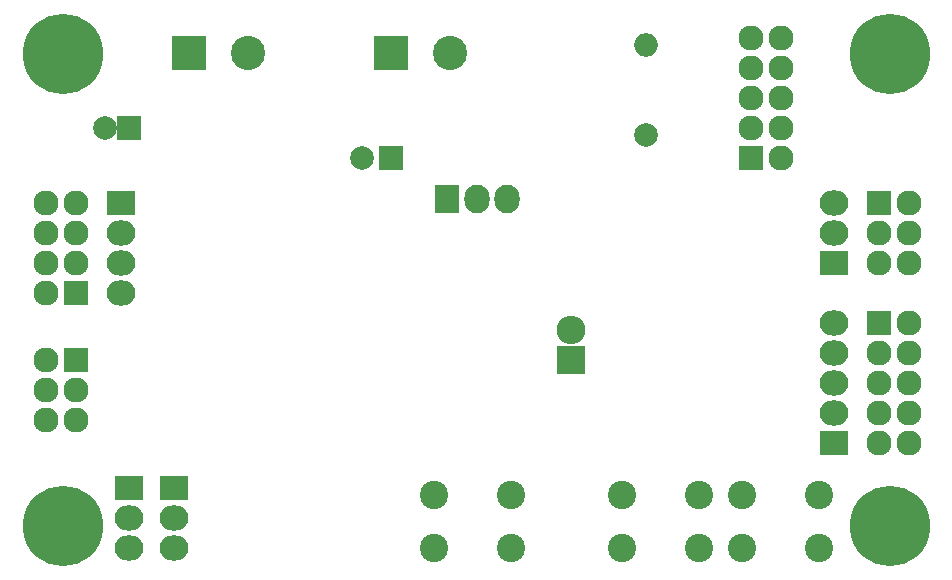
<source format=gbs>
G04 #@! TF.FileFunction,Soldermask,Bot*
%FSLAX46Y46*%
G04 Gerber Fmt 4.6, Leading zero omitted, Abs format (unit mm)*
G04 Created by KiCad (PCBNEW 4.0.7) date Monday, 16 October 2017 'PMt' 16:50:30*
%MOMM*%
%LPD*%
G01*
G04 APERTURE LIST*
%ADD10C,0.100000*%
%ADD11C,6.800000*%
%ADD12C,1.000000*%
%ADD13R,2.127200X2.127200*%
%ADD14O,2.127200X2.127200*%
%ADD15R,2.127200X2.432000*%
%ADD16O,2.127200X2.432000*%
%ADD17R,2.432000X2.432000*%
%ADD18O,2.432000X2.432000*%
%ADD19R,2.432000X2.127200*%
%ADD20O,2.432000X2.127200*%
%ADD21R,2.900000X2.900000*%
%ADD22C,2.900000*%
%ADD23C,2.400000*%
%ADD24C,2.000000*%
%ADD25O,2.000000X2.000000*%
%ADD26R,2.000000X2.000000*%
G04 APERTURE END LIST*
D10*
D11*
X115000000Y-80000000D03*
D12*
X117400000Y-80000000D03*
X116697056Y-81697056D03*
X115000000Y-82400000D03*
X113302944Y-81697056D03*
X112600000Y-80000000D03*
X113302944Y-78302944D03*
X115000000Y-77600000D03*
X116697056Y-78302944D03*
D11*
X115000000Y-120000000D03*
D12*
X117400000Y-120000000D03*
X116697056Y-121697056D03*
X115000000Y-122400000D03*
X113302944Y-121697056D03*
X112600000Y-120000000D03*
X113302944Y-118302944D03*
X115000000Y-117600000D03*
X116697056Y-118302944D03*
D11*
X185000000Y-120000000D03*
D12*
X187400000Y-120000000D03*
X186697056Y-121697056D03*
X185000000Y-122400000D03*
X183302944Y-121697056D03*
X182600000Y-120000000D03*
X183302944Y-118302944D03*
X185000000Y-117600000D03*
X186697056Y-118302944D03*
D13*
X116135000Y-105960000D03*
D14*
X113595000Y-105960000D03*
X116135000Y-108500000D03*
X113595000Y-108500000D03*
X116135000Y-111040000D03*
X113595000Y-111040000D03*
D13*
X173285000Y-88815000D03*
D14*
X175825000Y-88815000D03*
X173285000Y-86275000D03*
X175825000Y-86275000D03*
X173285000Y-83735000D03*
X175825000Y-83735000D03*
X173285000Y-81195000D03*
X175825000Y-81195000D03*
X173285000Y-78655000D03*
X175825000Y-78655000D03*
D15*
X147555000Y-92310000D03*
D16*
X150095000Y-92310000D03*
X152635000Y-92310000D03*
D17*
X158045000Y-105960000D03*
D18*
X158045000Y-103420000D03*
D13*
X184080000Y-92625000D03*
D14*
X186620000Y-92625000D03*
X184080000Y-95165000D03*
X186620000Y-95165000D03*
X184080000Y-97705000D03*
X186620000Y-97705000D03*
D13*
X116135000Y-100245000D03*
D14*
X113595000Y-100245000D03*
X116135000Y-97705000D03*
X113595000Y-97705000D03*
X116135000Y-95165000D03*
X113595000Y-95165000D03*
X116135000Y-92625000D03*
X113595000Y-92625000D03*
D19*
X180270000Y-97705000D03*
D20*
X180270000Y-95165000D03*
X180270000Y-92625000D03*
D19*
X124390000Y-116755000D03*
D20*
X124390000Y-119295000D03*
X124390000Y-121835000D03*
D19*
X120580000Y-116755000D03*
D20*
X120580000Y-119295000D03*
X120580000Y-121835000D03*
D21*
X125660000Y-79925000D03*
D22*
X130660000Y-79925000D03*
D21*
X142805000Y-79925000D03*
D22*
X147805000Y-79925000D03*
D23*
X146465000Y-121890000D03*
X146465000Y-117390000D03*
X152965000Y-121890000D03*
X152965000Y-117390000D03*
X162340000Y-121835000D03*
X162340000Y-117335000D03*
X168840000Y-121835000D03*
X168840000Y-117335000D03*
X172500000Y-121835000D03*
X172500000Y-117335000D03*
X179000000Y-121835000D03*
X179000000Y-117335000D03*
D19*
X119945000Y-92625000D03*
D20*
X119945000Y-95165000D03*
X119945000Y-97705000D03*
X119945000Y-100245000D03*
D13*
X184080000Y-102785000D03*
D14*
X186620000Y-102785000D03*
X184080000Y-105325000D03*
X186620000Y-105325000D03*
X184080000Y-107865000D03*
X186620000Y-107865000D03*
X184080000Y-110405000D03*
X186620000Y-110405000D03*
X184080000Y-112945000D03*
X186620000Y-112945000D03*
D19*
X180270000Y-112945000D03*
D20*
X180270000Y-110405000D03*
X180270000Y-107865000D03*
X180270000Y-105325000D03*
X180270000Y-102785000D03*
D24*
X164395000Y-86910000D03*
D25*
X164395000Y-79290000D03*
D11*
X185000000Y-80000000D03*
D12*
X187400000Y-80000000D03*
X186697056Y-81697056D03*
X185000000Y-82400000D03*
X183302944Y-81697056D03*
X182600000Y-80000000D03*
X183302944Y-78302944D03*
X185000000Y-77600000D03*
X186697056Y-78302944D03*
D26*
X142805000Y-88815000D03*
D24*
X140305000Y-88815000D03*
D26*
X120580000Y-86275000D03*
D24*
X118580000Y-86275000D03*
M02*

</source>
